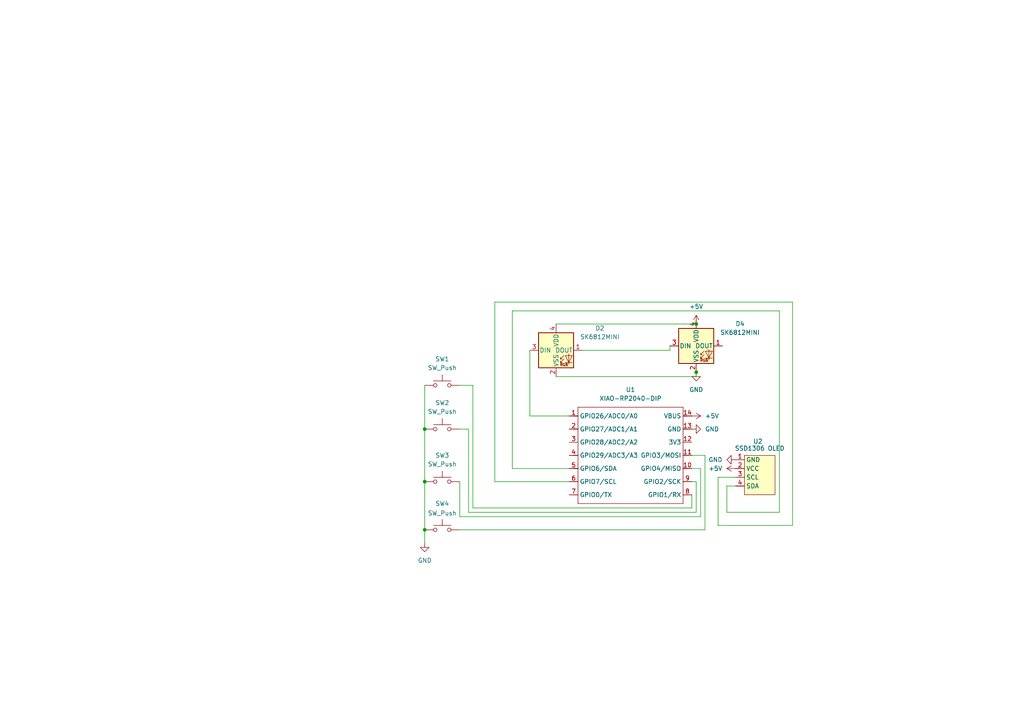
<source format=kicad_sch>
(kicad_sch (version 20250114) (generator "eeschema") (generator_version "9.0")
  (paper "A4")
  (lib_symbols
    (symbol "LED:SK6812MINI" (pin_names (offset 0.254))
      (property "Reference" "D" (at 5.08 5.715 0))
      (property "Value" "SK6812MINI" (at 1.27 -5.715 0))
      (symbol "SK6812MINI_0_0"
        (text "RGB" (at 2.286 -4.191 0) (effects (font (size 0.762 0.762))))
      )
      (symbol "SK6812MINI_0_1"
        (polyline (pts (xy 1.27 -2.54) (xy 1.778 -2.54)))
        (polyline (pts (xy 1.27 -3.556) (xy 1.778 -3.556)))
        (polyline (pts (xy 2.286 -1.524) (xy 1.27 -2.54) (xy 1.27 -2.032)))
        (polyline (pts (xy 2.286 -2.54) (xy 1.27 -3.556) (xy 1.27 -3.048)))
        (polyline (pts (xy 3.683 -1.016) (xy 3.683 -3.556) (xy 3.683 -4.064)))
        (polyline (pts (xy 4.699 -1.524) (xy 2.667 -1.524) (xy 3.683 -3.556) (xy 4.699 -1.524)))
        (polyline (pts (xy 4.699 -3.556) (xy 2.667 -3.556)))
        (rectangle (start 5.08 5.08) (end -5.08 -5.08) (stroke (width 0.254)) (fill (type background)))
      )
      (symbol "SK6812MINI_1_1"
        (pin input line (at -7.62 0 0) (length 2.54) (name "DIN") (number "3"))
        (pin power_in line (at 0 7.62 270) (length 2.54) (name "VDD") (number "4"))
        (pin power_in line (at 0 -7.62 90) (length 2.54) (name "VSS") (number "2"))
        (pin output line (at 7.62 0 180) (length 2.54) (name "DOUT") (number "1"))
      )
    )
    (symbol "OPL:XIAO-RP2040-DIP"
      (property "Reference" "U" (at 0 0 0))
      (property "Value" "XIAO-RP2040-DIP" (at 5.334 -1.778 0))
      (symbol "XIAO-RP2040-DIP_1_0"
        (polyline (pts (xy -1.27 -2.54) (xy 29.21 -2.54)) (stroke (width 0.1524)))
        (polyline (pts (xy -1.27 -5.08) (xy -2.54 -5.08)) (stroke (width 0.1524)))
        (polyline (pts (xy -1.27 -5.08) (xy -1.27 -2.54)) (stroke (width 0.1524)))
        (polyline (pts (xy -1.27 -8.89) (xy -2.54 -8.89)) (stroke (width 0.1524)))
        (polyline (pts (xy -1.27 -8.89) (xy -1.27 -5.08)) (stroke (width 0.1524)))
        (polyline (pts (xy -1.27 -12.7) (xy -2.54 -12.7)) (stroke (width 0.1524)))
        (polyline (pts (xy -1.27 -12.7) (xy -1.27 -8.89)) (stroke (width 0.1524)))
        (polyline (pts (xy -1.27 -16.51) (xy -2.54 -16.51)) (stroke (width 0.1524)))
        (polyline (pts (xy -1.27 -16.51) (xy -1.27 -12.7)) (stroke (width 0.1524)))
        (polyline (pts (xy -1.27 -20.32) (xy -2.54 -20.32)) (stroke (width 0.1524)))
        (polyline (pts (xy -1.27 -24.13) (xy -2.54 -24.13)) (stroke (width 0.1524)))
        (polyline (pts (xy -1.27 -27.94) (xy -2.54 -27.94)) (stroke (width 0.1524)))
        (polyline (pts (xy -1.27 -30.48) (xy -1.27 -16.51)) (stroke (width 0.1524)))
        (polyline (pts (xy 29.21 -2.54) (xy 29.21 -5.08)) (stroke (width 0.1524)))
        (polyline (pts (xy 29.21 -5.08) (xy 29.21 -8.89)) (stroke (width 0.1524)))
        (polyline (pts (xy 29.21 -8.89) (xy 29.21 -12.7)) (stroke (width 0.1524)))
        (polyline (pts (xy 29.21 -12.7) (xy 29.21 -30.48)) (stroke (width 0.1524)))
        (polyline (pts (xy 29.21 -30.48) (xy -1.27 -30.48)) (stroke (width 0.1524)))
        (polyline (pts (xy 30.48 -5.08) (xy 29.21 -5.08)) (stroke (width 0.1524)))
        (polyline (pts (xy 30.48 -8.89) (xy 29.21 -8.89)) (stroke (width 0.1524)))
        (polyline (pts (xy 30.48 -12.7) (xy 29.21 -12.7)) (stroke (width 0.1524)))
        (polyline (pts (xy 30.48 -16.51) (xy 29.21 -16.51)) (stroke (width 0.1524)))
        (polyline (pts (xy 30.48 -20.32) (xy 29.21 -20.32)) (stroke (width 0.1524)))
        (polyline (pts (xy 30.48 -24.13) (xy 29.21 -24.13)) (stroke (width 0.1524)))
        (polyline (pts (xy 30.48 -27.94) (xy 29.21 -27.94)) (stroke (width 0.1524)))
        (pin passive line (at -3.81 -5.08 0) (length 2.54) (name "GPIO26/ADC0/A0") (number "1"))
        (pin passive line (at -3.81 -8.89 0) (length 2.54) (name "GPIO27/ADC1/A1") (number "2"))
        (pin passive line (at -3.81 -12.7 0) (length 2.54) (name "GPIO28/ADC2/A2") (number "3"))
        (pin passive line (at -3.81 -16.51 0) (length 2.54) (name "GPIO29/ADC3/A3") (number "4"))
        (pin passive line (at -3.81 -20.32 0) (length 2.54) (name "GPIO6/SDA") (number "5"))
        (pin passive line (at -3.81 -24.13 0) (length 2.54) (name "GPIO7/SCL") (number "6"))
        (pin passive line (at -3.81 -27.94 0) (length 2.54) (name "GPIO0/TX") (number "7"))
        (pin passive line (at 31.75 -5.08 180) (length 2.54) (name "VBUS") (number "14"))
        (pin passive line (at 31.75 -8.89 180) (length 2.54) (name "GND") (number "13"))
        (pin passive line (at 31.75 -12.7 180) (length 2.54) (name "3V3") (number "12"))
        (pin passive line (at 31.75 -16.51 180) (length 2.54) (name "GPIO3/MOSI") (number "11"))
        (pin passive line (at 31.75 -20.32 180) (length 2.54) (name "GPIO4/MISO") (number "10"))
        (pin passive line (at 31.75 -24.13 180) (length 2.54) (name "GPIO2/SCK") (number "9"))
        (pin passive line (at 31.75 -27.94 180) (length 2.54) (name "GPIO1/RX") (number "8"))
      )
    )
    (symbol "Switch:SW_Push" (pin_numbers (hide yes)) (pin_names (offset 1.016) (hide yes))
      (property "Reference" "SW" (at 1.27 2.54 0))
      (property "Value" "SW_Push" (at 0 -1.524 0))
      (symbol "SW_Push_0_1"
        (circle (center -2.032 0) (radius 0.508))
        (polyline (pts (xy 0 1.27) (xy 0 3.048)))
        (circle (center 2.032 0) (radius 0.508))
        (polyline (pts (xy 2.54 1.27) (xy -2.54 1.27)))
        (pin passive line (at -5.08 0 0) (length 2.54) (name "1") (number "1"))
        (pin passive line (at 5.08 0 180) (length 2.54) (name "2") (number "2"))
      )
    )
    (symbol "power:+5V" (power) (pin_numbers (hide yes)) (pin_names (offset 0) (hide yes))
      (property "Value" "+5V" (at 0 3.556 0))
      (symbol "+5V_0_1"
        (polyline (pts (xy -0.762 1.27) (xy 0 2.54)))
        (polyline (pts (xy 0 2.54) (xy 0.762 1.27)))
        (polyline (pts (xy 0 0) (xy 0 2.54)))
      )
      (symbol "+5V_1_1"
        (pin power_in line (at 0 0 90) (length 0) (name "~") (number "1"))
      )
    )
    (symbol "power:GND" (power) (pin_numbers (hide yes)) (pin_names (offset 0) (hide yes))
      (property "Value" "GND" (at 0 -3.81 0))
      (symbol "GND_0_1"
        (polyline (pts (xy 0 0) (xy 0 -1.27) (xy 1.27 -1.27) (xy 0 -2.54) (xy -1.27 -1.27) (xy 0 -1.27)))
      )
      (symbol "GND_1_1"
        (pin power_in line (at 0 0 270) (length 0) (name "~") (number "1"))
      )
    )
    (symbol "project_symbol:OLED_SSD1306_I2C"
      (property "Reference" "U2" (at 6.858 1.778 0))
      (property "Value" "SSD1306 OLED" (at 0.762 8.89 0))
      (symbol "OLED_SSD1306_I2C_1_1"
        (rectangle (start -3.81 5.08) (end 5.08 -6.35) (fill (type color) (color 255 255 194 1)))
        (pin power_in line (at -6.35 3.81 0) (length 2.54) (name "GND") (number "1"))
        (pin power_in line (at -6.35 1.27 0) (length 2.54) (name "VCC") (number "2"))
        (pin input line (at -6.35 -1.27 0) (length 2.54) (name "SCL") (number "3"))
        (pin bidirectional line (at -6.35 -3.81 0) (length 2.54) (name "SDA") (number "4"))
      )
    )
  )
  (junction (at 123.19 139.7))
  (junction (at 123.19 153.67))
  (junction (at 201.93 107.95))
  (junction (at 201.93 93.98))
  (junction (at 123.19 124.46))
  (wire (pts (xy 229.87 87.63) (xy 143.51 87.63)))
  (wire (pts (xy 210.82 148.59) (xy 226.06 148.59)))
  (wire (pts (xy 148.59 135.89) (xy 165.1 135.89)))
  (wire (pts (xy 200.66 139.7) (xy 201.93 139.7)))
  (wire (pts (xy 123.19 111.76) (xy 123.19 124.46)))
  (wire (pts (xy 203.2 135.89) (xy 203.2 149.86)))
  (wire (pts (xy 200.66 135.89) (xy 203.2 135.89)))
  (wire (pts (xy 153.67 120.65) (xy 165.1 120.65)))
  (wire (pts (xy 148.59 90.17) (xy 148.59 135.89)))
  (wire (pts (xy 123.19 124.46) (xy 123.19 139.7)))
  (wire (pts (xy 200.66 132.08) (xy 204.47 132.08)))
  (wire (pts (xy 208.28 152.4) (xy 229.87 152.4)))
  (wire (pts (xy 204.47 132.08) (xy 204.47 153.67)))
  (wire (pts (xy 201.93 109.22) (xy 201.93 107.95)))
  (wire (pts (xy 153.67 101.6) (xy 153.67 120.65)))
  (wire (pts (xy 143.51 139.7) (xy 165.1 139.7)))
  (wire (pts (xy 137.16 147.32) (xy 137.16 111.76)))
  (wire (pts (xy 204.47 153.67) (xy 133.35 153.67)))
  (wire (pts (xy 201.93 139.7) (xy 201.93 148.59)))
  (wire (pts (xy 194.31 101.6) (xy 194.31 100.33)))
  (wire (pts (xy 203.2 149.86) (xy 133.35 149.86)))
  (wire (pts (xy 135.89 124.46) (xy 133.35 124.46)))
  (wire (pts (xy 135.89 148.59) (xy 135.89 124.46)))
  (wire (pts (xy 168.91 101.6) (xy 194.31 101.6)))
  (wire (pts (xy 201.93 93.98) (xy 201.93 92.71)))
  (wire (pts (xy 226.06 148.59) (xy 226.06 90.17)))
  (wire (pts (xy 161.29 109.22) (xy 201.93 109.22)))
  (wire (pts (xy 161.29 93.98) (xy 201.93 93.98)))
  (wire (pts (xy 133.35 149.86) (xy 133.35 139.7)))
  (wire (pts (xy 123.19 139.7) (xy 123.19 153.67)))
  (wire (pts (xy 123.19 153.67) (xy 123.19 157.48)))
  (wire (pts (xy 200.66 147.32) (xy 137.16 147.32)))
  (wire (pts (xy 210.82 140.97) (xy 210.82 148.59)))
  (wire (pts (xy 208.28 138.43) (xy 213.36 138.43)))
  (wire (pts (xy 229.87 152.4) (xy 229.87 87.63)))
  (wire (pts (xy 143.51 87.63) (xy 143.51 139.7)))
  (wire (pts (xy 201.93 148.59) (xy 135.89 148.59)))
  (wire (pts (xy 210.82 140.97) (xy 213.36 140.97)))
  (wire (pts (xy 208.28 138.43) (xy 208.28 152.4)))
  (wire (pts (xy 226.06 90.17) (xy 148.59 90.17)))
  (wire (pts (xy 137.16 111.76) (xy 133.35 111.76)))
  (wire (pts (xy 200.66 143.51) (xy 200.66 147.32)))
  (symbol (lib_id "project_symbol:OLED_SSD1306_I2C") (at 219.71 137.16 0) (unit 1)
    (property "Reference" "U2" (at 218.44 128.016 0) (effects (justify left)))
    (property "Value" "SSD1306 OLED" (at 213.106 130.048 0) (effects (justify left)))
    (property "Footprint" "Connector_PinHeader_2.54mm:PinHeader_1x04_P2.54mm_Vertical" (effects (hide yes)))
  )
  (symbol (lib_id "power:+5V") (at 201.93 93.98 0) (unit 1)
    (property "Reference" "#PWR04" (effects (hide yes)))
    (property "Value" "+5V" (at 201.93 88.9 0))
    (property "Description" "Power symbol creates a global label with name \"+5V\"" (effects (hide yes)))
  )
  (symbol (lib_id "Switch:SW_Push") (at 128.27 153.67 0) (unit 1)
    (property "Reference" "SW4" (at 128.27 146.05 0))
    (property "Value" "SW_Push" (at 128.27 148.844 0))
    (property "Footprint" "Button_Switch_Keyboard:SW_Cherry_MX_1.00u_PCB" (effects (hide yes)))
    (property "Description" "Push button switch, generic, two pins" (effects (hide yes)))
  )
  (symbol (lib_id "power:GND") (at 213.36 133.35 270) (unit 1)
    (property "Reference" "#PWR06" (effects (hide yes)))
    (property "Value" "GND" (at 209.55 133.3499 90) (effects (justify right)))
    (property "Description" "Power symbol creates a global label with name \"GND\" , ground" (effects (hide yes)))
  )
  (symbol (lib_id "Switch:SW_Push") (at 128.27 124.46 0) (unit 1)
    (property "Reference" "SW2" (at 128.27 116.84 0))
    (property "Value" "SW_Push" (at 128.27 119.38 0))
    (property "Footprint" "Button_Switch_Keyboard:SW_Cherry_MX_1.00u_PCB" (effects (hide yes)))
    (property "Description" "Push button switch, generic, two pins" (effects (hide yes)))
  )
  (symbol (lib_id "Switch:SW_Push") (at 128.27 139.7 0) (unit 1)
    (property "Reference" "SW3" (at 128.27 132.08 0))
    (property "Value" "SW_Push" (at 128.27 134.62 0))
    (property "Footprint" "Button_Switch_Keyboard:SW_Cherry_MX_1.00u_PCB" (effects (hide yes)))
    (property "Description" "Push button switch, generic, two pins" (effects (hide yes)))
  )
  (symbol (lib_id "power:+5V") (at 213.36 135.89 90) (unit 1)
    (property "Reference" "#PWR07" (effects (hide yes)))
    (property "Value" "+5V" (at 209.55 135.8899 90) (effects (justify left)))
    (property "Description" "Power symbol creates a global label with name \"+5V\"" (effects (hide yes)))
  )
  (symbol (lib_id "power:GND") (at 201.93 107.95 0) (unit 1)
    (property "Reference" "#PWR05" (effects (hide yes)))
    (property "Value" "GND" (at 201.93 113.03 0))
    (property "Description" "Power symbol creates a global label with name \"GND\" , ground" (effects (hide yes)))
  )
  (symbol (lib_id "power:GND") (at 200.66 124.46 90) (unit 1)
    (property "Reference" "#PWR02" (effects (hide yes)))
    (property "Value" "GND" (at 204.47 124.4599 90) (effects (justify right)))
    (property "Description" "Power symbol creates a global label with name \"GND\" , ground" (effects (hide yes)))
  )
  (symbol (lib_id "LED:SK6812MINI") (at 161.29 101.6 0) (unit 1)
    (property "Reference" "D2" (at 173.99 95.1798 0))
    (property "Value" "SK6812MINI" (at 173.99 97.7198 0))
    (property "Footprint" "LED_SMD:LED_SK6812MINI_PLCC4_3.5x3.5mm_P1.75mm" (effects (hide yes)))
    (property "Datasheet" "https://cdn-shop.adafruit.com/product-files/2686/SK6812MINI_REV.01-1-2.pdf" (effects (hide yes)))
    (property "Description" "RGB LED with integrated controller" (effects (hide yes)))
  )
  (symbol (lib_id "OPL:XIAO-RP2040-DIP") (at 168.91 115.57 0) (unit 1)
    (property "Reference" "U1" (at 182.88 113.03 0))
    (property "Value" "XIAO-RP2040-DIP" (at 182.88 115.57 0))
    (property "Footprint" "OPL:XIAO-RP2040-DIP" (effects (hide yes)))
  )
  (symbol (lib_id "Switch:SW_Push") (at 128.27 111.76 0) (unit 1)
    (property "Reference" "SW1" (at 128.27 104.14 0))
    (property "Value" "SW_Push" (at 128.27 106.68 0))
    (property "Footprint" "Button_Switch_Keyboard:SW_Cherry_MX_1.00u_PCB" (effects (hide yes)))
    (property "Description" "Push button switch, generic, two pins" (effects (hide yes)))
  )
  (symbol (lib_id "power:+5V") (at 200.66 120.65 270) (unit 1)
    (property "Reference" "#PWR03" (effects (hide yes)))
    (property "Value" "+5V" (at 204.47 120.6499 90) (effects (justify left)))
    (property "Description" "Power symbol creates a global label with name \"+5V\"" (effects (hide yes)))
  )
  (symbol (lib_id "power:GND") (at 123.19 157.48 0) (unit 1)
    (property "Reference" "#PWR01" (effects (hide yes)))
    (property "Value" "GND" (at 123.19 162.56 0))
    (property "Description" "Power symbol creates a global label with name \"GND\" , ground" (effects (hide yes)))
  )
  (symbol (lib_id "LED:SK6812MINI") (at 201.93 100.33 0) (unit 1)
    (property "Reference" "D4" (at 214.63 93.9098 0))
    (property "Value" "SK6812MINI" (at 214.63 96.4498 0))
    (property "Footprint" "LED_SMD:LED_SK6812MINI_PLCC4_3.5x3.5mm_P1.75mm" (effects (hide yes)))
    (property "Datasheet" "https://cdn-shop.adafruit.com/product-files/2686/SK6812MINI_REV.01-1-2.pdf" (effects (hide yes)))
    (property "Description" "RGB LED with integrated controller" (effects (hide yes)))
  )
)
</source>
